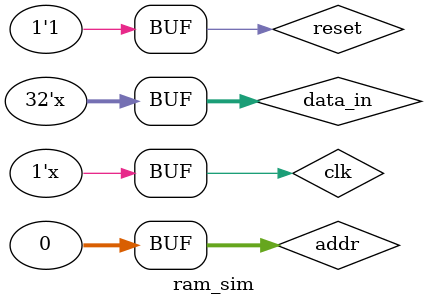
<source format=v>
`timescale 1ns / 1ps


module ram_sim();
    reg[31:0] addr = 0;
    reg[31:0] data_in = 32'h0000_6161;
    wire[31:0] data_out;
    reg clk = 0;
    reg reset = 0;
    ram RAM(
        .address(addr),
        .data_in(data_in),
        .clk(clk),
        .WE(1),
        .reset(reset),
        .mode(0),
        .data_out(data_out)
    );
    

    always #10 clk=~clk;
    always #100 data_in = data_in + 1;
    
    initial begin
        #100
        addr = addr + 1;
        
        #100
        addr = addr + 1;
        
        #100
        addr = addr + 1;
        
        #100
        addr = addr + 1;
        
        #100
        addr = addr + 1;
        
        #100
        addr = addr + 1;
        
        #100
        addr = addr + 1;
        
        #500
        reset = 1;
        
        #100
        addr = addr + 1;
    end
    

endmodule

</source>
